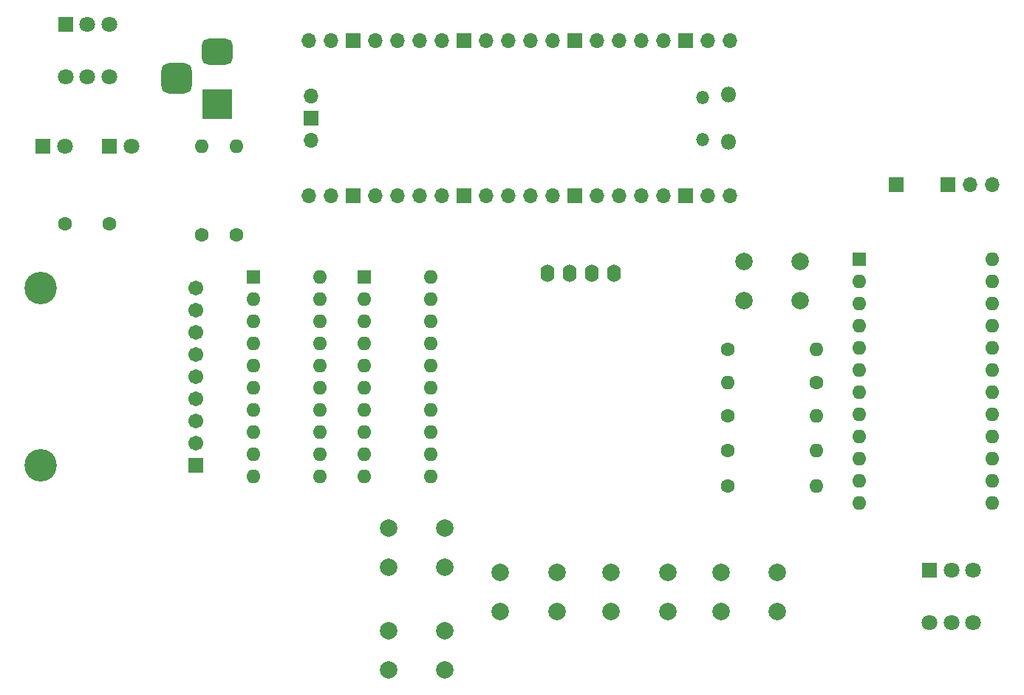
<source format=gbr>
%TF.GenerationSoftware,KiCad,Pcbnew,7.0.8*%
%TF.CreationDate,2023-12-16T16:38:21-08:00*%
%TF.ProjectId,PicoRAM2090,5069636f-5241-44d3-9230-39302e6b6963,rev?*%
%TF.SameCoordinates,Original*%
%TF.FileFunction,Soldermask,Bot*%
%TF.FilePolarity,Negative*%
%FSLAX46Y46*%
G04 Gerber Fmt 4.6, Leading zero omitted, Abs format (unit mm)*
G04 Created by KiCad (PCBNEW 7.0.8) date 2023-12-16 16:38:21*
%MOMM*%
%LPD*%
G01*
G04 APERTURE LIST*
G04 Aperture macros list*
%AMRoundRect*
0 Rectangle with rounded corners*
0 $1 Rounding radius*
0 $2 $3 $4 $5 $6 $7 $8 $9 X,Y pos of 4 corners*
0 Add a 4 corners polygon primitive as box body*
4,1,4,$2,$3,$4,$5,$6,$7,$8,$9,$2,$3,0*
0 Add four circle primitives for the rounded corners*
1,1,$1+$1,$2,$3*
1,1,$1+$1,$4,$5*
1,1,$1+$1,$6,$7*
1,1,$1+$1,$8,$9*
0 Add four rect primitives between the rounded corners*
20,1,$1+$1,$2,$3,$4,$5,0*
20,1,$1+$1,$4,$5,$6,$7,0*
20,1,$1+$1,$6,$7,$8,$9,0*
20,1,$1+$1,$8,$9,$2,$3,0*%
G04 Aperture macros list end*
%ADD10R,1.700000X1.700000*%
%ADD11C,2.000000*%
%ADD12O,1.800000X1.800000*%
%ADD13O,1.500000X1.500000*%
%ADD14O,1.700000X1.700000*%
%ADD15R,1.600000X1.600000*%
%ADD16O,1.600000X1.600000*%
%ADD17O,1.600000X2.000000*%
%ADD18R,1.800000X1.800000*%
%ADD19C,1.800000*%
%ADD20C,1.600000*%
%ADD21RoundRect,0.102000X0.754000X-0.754000X0.754000X0.754000X-0.754000X0.754000X-0.754000X-0.754000X0*%
%ADD22C,1.712000*%
%ADD23C,3.720000*%
%ADD24R,3.500000X3.500000*%
%ADD25RoundRect,0.750000X-1.000000X0.750000X-1.000000X-0.750000X1.000000X-0.750000X1.000000X0.750000X0*%
%ADD26RoundRect,0.875000X-0.875000X0.875000X-0.875000X-0.875000X0.875000X-0.875000X0.875000X0.875000X0*%
G04 APERTURE END LIST*
D10*
%TO.C,J1*%
X195580000Y-88900000D03*
%TD*%
D11*
%TO.C,BACK1*%
X156741000Y-137850000D03*
X150241000Y-137850000D03*
X156741000Y-133350000D03*
X150241000Y-133350000D03*
%TD*%
%TO.C,OK1*%
X169441000Y-137850000D03*
X162941000Y-137850000D03*
X169441000Y-133350000D03*
X162941000Y-133350000D03*
%TD*%
D12*
%TO.C,U2*%
X176400000Y-78555000D03*
D13*
X173370000Y-78855000D03*
X173370000Y-83705000D03*
D12*
X176400000Y-84005000D03*
D14*
X176530000Y-72390000D03*
X173990000Y-72390000D03*
D10*
X171450000Y-72390000D03*
D14*
X168910000Y-72390000D03*
X166370000Y-72390000D03*
X163830000Y-72390000D03*
X161290000Y-72390000D03*
D10*
X158750000Y-72390000D03*
D14*
X156210000Y-72390000D03*
X153670000Y-72390000D03*
X151130000Y-72390000D03*
X148590000Y-72390000D03*
D10*
X146050000Y-72390000D03*
D14*
X143510000Y-72390000D03*
X140970000Y-72390000D03*
X138430000Y-72390000D03*
X135890000Y-72390000D03*
D10*
X133350000Y-72390000D03*
D14*
X130810000Y-72390000D03*
X128270000Y-72390000D03*
X128270000Y-90170000D03*
X130810000Y-90170000D03*
D10*
X133350000Y-90170000D03*
D14*
X135890000Y-90170000D03*
X138430000Y-90170000D03*
X140970000Y-90170000D03*
X143510000Y-90170000D03*
D10*
X146050000Y-90170000D03*
D14*
X148590000Y-90170000D03*
X151130000Y-90170000D03*
X153670000Y-90170000D03*
X156210000Y-90170000D03*
D10*
X158750000Y-90170000D03*
D14*
X161290000Y-90170000D03*
X163830000Y-90170000D03*
X166370000Y-90170000D03*
X168910000Y-90170000D03*
D10*
X171450000Y-90170000D03*
D14*
X173990000Y-90170000D03*
X176530000Y-90170000D03*
X128500000Y-78740000D03*
D10*
X128500000Y-81280000D03*
D14*
X128500000Y-83820000D03*
%TD*%
D15*
%TO.C,U1*%
X191384000Y-97404000D03*
D16*
X191384000Y-99944000D03*
X191384000Y-102484000D03*
X191384000Y-105024000D03*
X191384000Y-107564000D03*
X191384000Y-110104000D03*
X191384000Y-112644000D03*
X191384000Y-115184000D03*
X191384000Y-117724000D03*
X191384000Y-120264000D03*
X191384000Y-122804000D03*
X191384000Y-125344000D03*
X206624000Y-125344000D03*
X206624000Y-122804000D03*
X206624000Y-120264000D03*
X206624000Y-117724000D03*
X206624000Y-115184000D03*
X206624000Y-112644000D03*
X206624000Y-110104000D03*
X206624000Y-107564000D03*
X206624000Y-105024000D03*
X206624000Y-102484000D03*
X206624000Y-99944000D03*
X206624000Y-97404000D03*
%TD*%
D17*
%TO.C,Brd1*%
X155592000Y-99060000D03*
X158132000Y-99060000D03*
X160672000Y-99060000D03*
X163212000Y-99060000D03*
%TD*%
D18*
%TO.C,SW2*%
X100410000Y-70485000D03*
D19*
X102910000Y-70485000D03*
X105410000Y-70485000D03*
X100410000Y-76485000D03*
X102910000Y-76485000D03*
X105410000Y-76485000D03*
%TD*%
D20*
%TO.C,R1*%
X176276000Y-107724000D03*
D16*
X186436000Y-107724000D03*
%TD*%
D20*
%TO.C,R8*%
X120015000Y-94615000D03*
D16*
X120015000Y-84455000D03*
%TD*%
D21*
%TO.C,U4*%
X115316000Y-121031000D03*
D22*
X115316000Y-118491000D03*
X115316000Y-115951000D03*
X115316000Y-113411000D03*
X115316000Y-110871000D03*
X115316000Y-108331000D03*
X115316000Y-105791000D03*
X115316000Y-103251000D03*
X115316000Y-100711000D03*
D23*
X97536000Y-121031000D03*
X97536000Y-100711000D03*
%TD*%
D11*
%TO.C,UP1*%
X143891000Y-132770000D03*
X137391000Y-132770000D03*
X143891000Y-128270000D03*
X137391000Y-128270000D03*
%TD*%
D20*
%TO.C,C1*%
X100370000Y-93345000D03*
X105370000Y-93345000D03*
%TD*%
D11*
%TO.C,CANCEL1*%
X181991000Y-137850000D03*
X175491000Y-137850000D03*
X181991000Y-133350000D03*
X175491000Y-133350000D03*
%TD*%
%TO.C,DOWN1*%
X143891000Y-144490000D03*
X137391000Y-144490000D03*
X143891000Y-139990000D03*
X137391000Y-139990000D03*
%TD*%
D20*
%TO.C,R5*%
X176276000Y-123444000D03*
D16*
X186436000Y-123444000D03*
%TD*%
D20*
%TO.C,R4*%
X176276000Y-119394000D03*
D16*
X186436000Y-119394000D03*
%TD*%
D20*
%TO.C,R2*%
X186436000Y-111534000D03*
D16*
X176276000Y-111534000D03*
%TD*%
D24*
%TO.C,J3*%
X117797500Y-79660000D03*
D25*
X117797500Y-73660000D03*
D26*
X113097500Y-76660000D03*
%TD*%
D18*
%TO.C,SW1*%
X199390000Y-133065000D03*
D19*
X201890000Y-133065000D03*
X204390000Y-133065000D03*
X199390000Y-139065000D03*
X201890000Y-139065000D03*
X204390000Y-139065000D03*
%TD*%
D10*
%TO.C,JP1*%
X201549000Y-88900000D03*
D14*
X204089000Y-88900000D03*
X206629000Y-88900000D03*
%TD*%
D15*
%TO.C,U5*%
X134620000Y-99500000D03*
D16*
X134620000Y-102040000D03*
X134620000Y-104580000D03*
X134620000Y-107120000D03*
X134620000Y-109660000D03*
X134620000Y-112200000D03*
X134620000Y-114740000D03*
X134620000Y-117280000D03*
X134620000Y-119820000D03*
X134620000Y-122360000D03*
X142240000Y-122360000D03*
X142240000Y-119820000D03*
X142240000Y-117280000D03*
X142240000Y-114740000D03*
X142240000Y-112200000D03*
X142240000Y-109660000D03*
X142240000Y-107120000D03*
X142240000Y-104580000D03*
X142240000Y-102040000D03*
X142240000Y-99500000D03*
%TD*%
D20*
%TO.C,R3*%
X176276000Y-115344000D03*
D16*
X186436000Y-115344000D03*
%TD*%
D18*
%TO.C,D2*%
X97790000Y-84455000D03*
D19*
X100330000Y-84455000D03*
%TD*%
D15*
%TO.C,U3*%
X121920000Y-99500000D03*
D16*
X121920000Y-102040000D03*
X121920000Y-104580000D03*
X121920000Y-107120000D03*
X121920000Y-109660000D03*
X121920000Y-112200000D03*
X121920000Y-114740000D03*
X121920000Y-117280000D03*
X121920000Y-119820000D03*
X121920000Y-122360000D03*
X129540000Y-122360000D03*
X129540000Y-119820000D03*
X129540000Y-117280000D03*
X129540000Y-114740000D03*
X129540000Y-112200000D03*
X129540000Y-109660000D03*
X129540000Y-107120000D03*
X129540000Y-104580000D03*
X129540000Y-102040000D03*
X129540000Y-99500000D03*
%TD*%
D18*
%TO.C,D1*%
X105405000Y-84455000D03*
D19*
X107945000Y-84455000D03*
%TD*%
D20*
%TO.C,R7*%
X115965000Y-94615000D03*
D16*
X115965000Y-84455000D03*
%TD*%
D11*
%TO.C,RESET1*%
X184606000Y-102196000D03*
X178106000Y-102196000D03*
X184606000Y-97696000D03*
X178106000Y-97696000D03*
%TD*%
M02*

</source>
